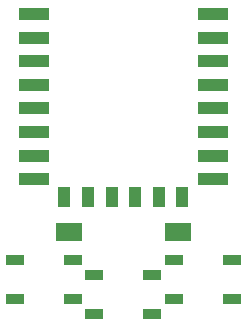
<source format=gtp>
G04 #@! TF.FileFunction,Paste,Top*
%FSLAX46Y46*%
G04 Gerber Fmt 4.6, Leading zero omitted, Abs format (unit mm)*
G04 Created by KiCad (PCBNEW 4.0.7-e2-6376~58~ubuntu17.04.1) date Mon Dec 25 20:32:12 2017*
%MOMM*%
%LPD*%
G01*
G04 APERTURE LIST*
%ADD10C,0.100000*%
%ADD11R,1.500000X0.900000*%
%ADD12R,2.180000X1.600000*%
%ADD13R,2.500000X1.000000*%
%ADD14R,1.000000X1.800000*%
G04 APERTURE END LIST*
D10*
D11*
X153800000Y-128100000D03*
X153800000Y-131400000D03*
X158700000Y-131400000D03*
X158700000Y-128100000D03*
X147050000Y-126850000D03*
X147050000Y-130150000D03*
X151950000Y-130150000D03*
X151950000Y-126850000D03*
X160550000Y-126850000D03*
X160550000Y-130150000D03*
X165450000Y-130150000D03*
X165450000Y-126850000D03*
D12*
X160850000Y-124450000D03*
X151650000Y-124450000D03*
D13*
X148650000Y-106000000D03*
X148650000Y-108000000D03*
X148650000Y-110000000D03*
X148650000Y-112000000D03*
X148650000Y-114000000D03*
X148650000Y-116000000D03*
X148650000Y-118000000D03*
X148650000Y-120000000D03*
D14*
X151250000Y-121500000D03*
X153250000Y-121500000D03*
X155250000Y-121500000D03*
X157250000Y-121500000D03*
X159250000Y-121500000D03*
X161250000Y-121500000D03*
D13*
X163850000Y-120000000D03*
X163850000Y-118000000D03*
X163850000Y-116000000D03*
X163850000Y-114000000D03*
X163850000Y-112000000D03*
X163850000Y-110000000D03*
X163850000Y-108000000D03*
X163850000Y-106000000D03*
M02*

</source>
